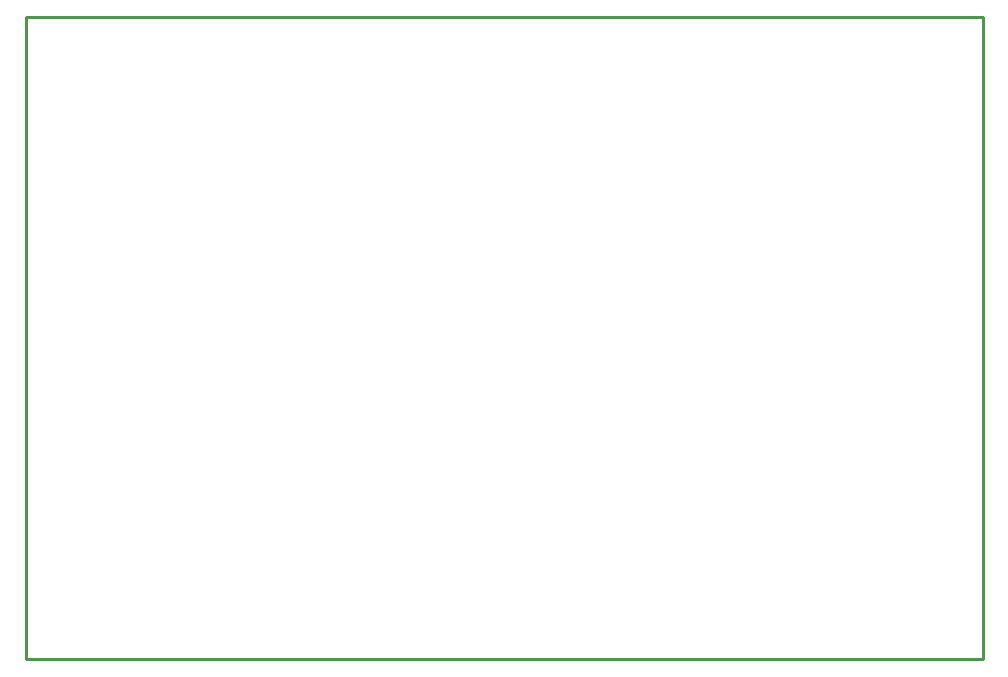
<source format=gm1>
G04*
G04 #@! TF.GenerationSoftware,Altium Limited,Altium Designer,21.2.2 (38)*
G04*
G04 Layer_Color=16711935*
%FSLAX25Y25*%
%MOIN*%
G70*
G04*
G04 #@! TF.SameCoordinates,29F7D32E-A79C-4082-AA7E-55410590E176*
G04*
G04*
G04 #@! TF.FilePolarity,Positive*
G04*
G01*
G75*
%ADD13C,0.01000*%
D13*
X282500Y190000D02*
X601500D01*
Y404000D01*
X282500D02*
X601500D01*
X282500Y190000D02*
Y404000D01*
M02*

</source>
